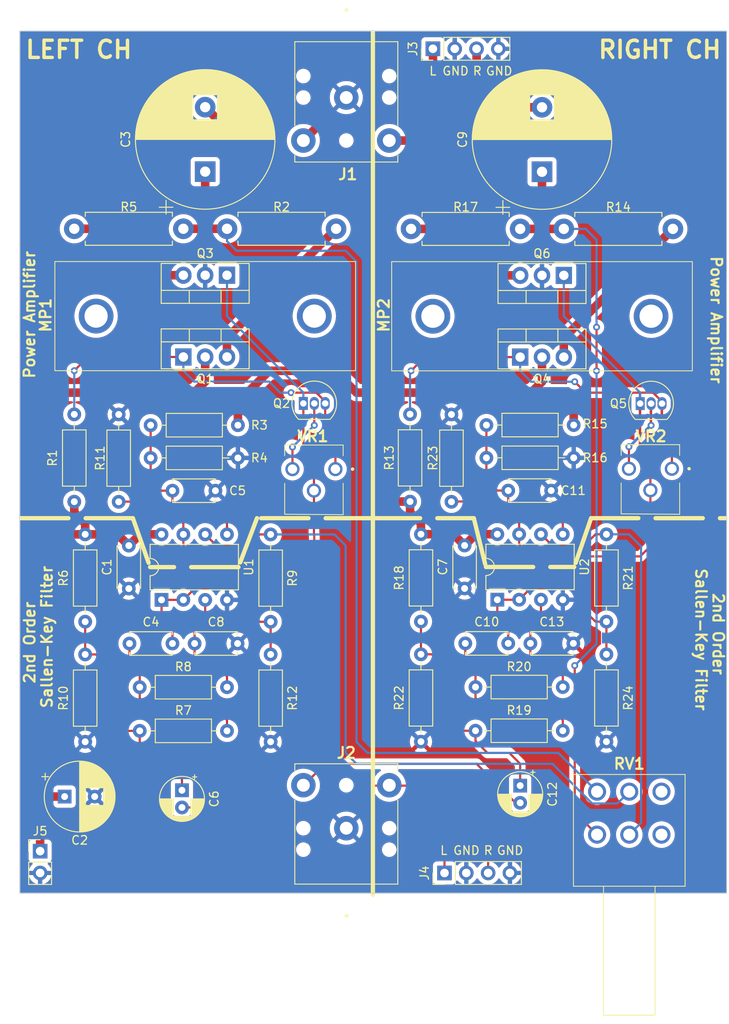
<source format=kicad_pcb>
(kicad_pcb (version 20240108) (generator "pcbnew") (generator_version "8.0")
  (layers (0 "F.Cu" signal) (31 "B.Cu" signal) (34 "B.Paste" user) (35 "F.Paste" user) (36 "B.SilkS" user "B.Silkscreen") (37 "F.SilkS" user "F.Silkscreen") (38 "B.Mask" user) (39 "F.Mask" user) (44 "Edge.Cuts" user))
  (net 0 "")
  (net 1 "Net-(U1A-+)")
  (net 2 "GND")
  (net 3 "Net-(J3-Pin_1)")
  (net 4 "Net-(U1A--)")
  (net 5 "VCC")
  (net 6 "Net-(C6-Pad1)")
  (net 7 "Net-(U1B-+)")
  (net 8 "Net-(Q1-E)")
  (net 9 "Net-(Q1-B)")
  (net 10 "Net-(C4-Pad1)")
  (net 11 "Net-(Q3-E)")
  (net 12 "Net-(Q4-E)")
  (net 13 "Net-(U1B--)")
  (net 14 "Net-(C3-Pad1)")
  (net 15 "Net-(J3-Pin_3)")
  (net 16 "Net-(J4-Pin_1)")
  (net 17 "Net-(C9-Pad1)")
  (net 18 "Net-(J4-Pin_3)")
  (net 19 "Net-(U2A-+)")
  (net 20 "Net-(U2A--)")
  (net 21 "Net-(U2B-+)")
  (net 22 "Net-(C10-Pad1)")
  (net 23 "Net-(C12-Pad1)")
  (net 24 "Net-(Q2-E)")
  (net 25 "Net-(Q2-B)")
  (net 26 "Net-(Q4-B)")
  (net 27 "Net-(Q5-E)")
  (net 28 "Net-(Q6-E)")
  (net 29 "Net-(U2B--)")
  (net 36 "Net-(Q5-B)")
  (footprint "Package_TO_SOT_THT:TO-220-3_Vertical" (layer "F.Cu") (at 125.8925 81.590255 180)
    (property "Reference" "Q3")
    (property "Value" "TIP125")
  )
  (footprint "Resistor_THT:R_Axial_DIN0207_L6.3mm_D2.5mm_P10.16mm_Horizontal" (layer "F.Cu") (at 115.7325 129.515255)
    (property "Reference" "R8")
    (property "Value" "10k")
  )
  (footprint "Connector_PinHeader_2.54mm:PinHeader_1x04_P2.54mm_Vertical" (layer "F.Cu") (at 149.86 55.245 90)
    (property "Reference" "J3")
    (property "Value" "Conn_01x04")
  )
  (footprint "SamacSys:SJ13523NG" (layer "F.Cu") (at 139.78 60.92 -90)
    (property "Reference" "J1")
    (property "Value" "SJ1-3523NG" (hide yes))
  )
  (footprint "Resistor_THT:R_Axial_DIN0207_L6.3mm_D2.5mm_P10.16mm_Horizontal" (layer "F.Cu") (at 148.47 121.88 90)
    (property "Reference" "R18")
    (property "Value" "100k")
  )
  (footprint "Resistor_THT:R_Axial_DIN0207_L6.3mm_D2.5mm_P10.16mm_Horizontal" (layer "F.Cu") (at 156.09 102.83)
    (property "Reference" "R16")
    (property "Value" "100k")
  )
  (footprint "Resistor_THT:R_Axial_DIN0207_L6.3mm_D2.5mm_P10.16mm_Horizontal" (layer "F.Cu") (at 130.9725 121.905255 90)
    (property "Reference" "R9")
    (property "Value" "10k")
  )
  (footprint "Package_TO_SOT_THT:TO-220-3_Vertical" (layer "F.Cu") (at 120.8125 91.100255)
    (property "Reference" "Q1")
    (property "Value" "TIP120")
  )
  (footprint "Resistor_THT:R_Axial_DIN0411_L9.9mm_D3.6mm_P12.70mm_Horizontal" (layer "F.Cu") (at 177.8 76.2 180)
    (property "Reference" "R14")
    (property "Value" "1")
  )
  (footprint "Connector_PinHeader_2.54mm:PinHeader_1x04_P2.54mm_Vertical" (layer "F.Cu") (at 151.21 151.13 90)
    (property "Reference" "J4")
    (property "Value" "Conn_01x04")
  )
  (footprint "Resistor_THT:R_Axial_DIN0207_L6.3mm_D2.5mm_P10.16mm_Horizontal" (layer "F.Cu") (at 130.9725 135.865255 90)
    (property "Reference" "R12")
    (property "Value" "1k")
  )
  (footprint "Resistor_THT:R_Axial_DIN0411_L9.9mm_D3.6mm_P12.70mm_Horizontal" (layer "F.Cu") (at 138.5925 76.185255 180)
    (property "Reference" "R2")
    (property "Value" "1")
  )
  (footprint "Capacitor_THT:C_Disc_D4.7mm_W2.5mm_P5.00mm" (layer "F.Cu") (at 119.5425 106.655255)
    (property "Reference" "C5")
    (property "Value" "100n")
  )
  (footprint "Resistor_THT:R_Axial_DIN0207_L6.3mm_D2.5mm_P10.16mm_Horizontal" (layer "F.Cu") (at 170.06 135.85 90)
    (property "Reference" "R24")
    (property "Value" "1k")
  )
  (footprint "Resistor_THT:R_Axial_DIN0207_L6.3mm_D2.5mm_P10.16mm_Horizontal" (layer "F.Cu") (at 154.82 129.5)
    (property "Reference" "R20")
    (property "Value" "10k")
  )
  (footprint "Package_DIP:DIP-8_W7.62mm" (layer "F.Cu") (at 157.36 119.34 90)
    (property "Reference" "U2")
    (property "Value" "RC4580")
  )
  (footprint "Resistor_THT:R_Axial_DIN0207_L6.3mm_D2.5mm_P10.16mm_Horizontal" (layer "F.Cu") (at 109.3825 135.865255 90)
    (property "Reference" "R10")
    (property "Value" "100k")
  )
  (footprint "Capacitor_THT:CP_Radial_D5.0mm_P2.00mm" (layer "F.Cu") (at 120.65 141.51 -90)
    (property "Reference" "C6")
    (property "Value" "4u7")
  )
  (footprint "Resistor_THT:R_Axial_DIN0207_L6.3mm_D2.5mm_P10.16mm_Horizontal" (layer "F.Cu") (at 170.06 121.89 90)
    (property "Reference" "R21")
    (property "Value" "10k")
  )
  (footprint "Resistor_THT:R_Axial_DIN0207_L6.3mm_D2.5mm_P10.16mm_Horizontal" (layer "F.Cu") (at 127.1625 99.035255 180)
    (property "Reference" "R3")
    (property "Value" "100k")
  )
  (footprint "Resistor_THT:R_Axial_DIN0207_L6.3mm_D2.5mm_P10.16mm_Horizontal" (layer "F.Cu") (at 166.25 99.02 180)
    (property "Reference" "R15")
    (property "Value" "100k")
  )
  (footprint "Package_DIP:DIP-8_W7.62mm" (layer "F.Cu") (at 118.2725 119.355255 90)
    (property "Reference" "U1")
    (property "Value" "RC4580")
  )
  (footprint "Capacitor_THT:C_Disc_D4.7mm_W2.5mm_P5.00mm" (layer "F.Cu") (at 161.21 124.42)
    (property "Reference" "C13")
    (property "Value" "470p")
  )
  (footprint "Package_TO_SOT_THT:TO-92_Inline" (layer "F.Cu") (at 134.7825 96.505255)
    (property "Reference" "Q2")
    (property "Value" "2N3904")
  )
  (footprint "Capacitor_THT:CP_Radial_D16.0mm_P7.50mm" (layer "F.Cu") (at 162.56 69.552755 90)
    (property "Reference" "C9")
    (property "Value" "4700u")
  )
  (footprint "Capacitor_THT:C_Disc_D4.7mm_W2.5mm_P5.00mm" (layer "F.Cu") (at 122.1225 124.435255)
    (property "Reference" "C8")
    (property "Value" "470p")
  )
  (footprint "Capacitor_THT:C_Disc_D4.7mm_W2.5mm_P5.00mm" (layer "F.Cu") (at 153.55 113.03 -90)
    (property "Reference" "C7")
    (property "Value" "100n")
  )
  (footprint "SamacSys:SJ13523NG" (layer "F.Cu") (at 139.78 145.92 90)
    (property "Reference" "J2")
    (property "Value" "SJ1-3523NG" (hide yes))
  )
  (footprint "Capacitor_THT:CP_Radial_D16.0mm_P7.50mm" (layer "F.Cu") (at 123.3525 69.53801 90)
    (property "Reference" "C3")
    (property "Value" "4700u")
  )
  (footprint "SamacSys:3306P1102" (layer "F.Cu") (at 177.68 104.1 180)
    (property "Reference" "VR2")
    (property "Value" "1k" (hide yes))
  )
  (footprint "Capacitor_THT:C_Disc_D4.7mm_W2.5mm_P5.00mm" (layer "F.Cu") (at 114.5425 124.435255)
    (property "Reference" "C4")
    (property "Value" "470p")
  )
  (footprint "Resistor_THT:R_Axial_DIN0207_L6.3mm_D2.5mm_P10.16mm_Horizontal" (layer "F.Cu") (at 147.2 97.76 -90)
    (property "Reference" "R13")
    (property "Value" "1k")
  )
  (footprint "Resistor_THT:R_Axial_DIN0411_L9.9mm_D3.6mm_P12.70mm_Horizontal" (layer "F.Cu") (at 160.02 76.2 180)
    (property "Reference" "R17")
    (property "Value" "1")
  )
  (footprint "Capacitor_THT:C_Disc_D4.7mm_W2.5mm_P5.00mm" (layer "F.Cu") (at 114.4625 113.045255 -90)
    (property "Reference" "C1")
    (property "Value" "100n")
  )
  (footprint "SamacSys:EAT22064E" (layer "F.Cu") (at 136.0525 86.345255 90)
    (property "Reference" "MP1")
    (property "Value" "EA-T220-64E" (hide yes))
  )
  (footprint "Capacitor_THT:C_Disc_D4.7mm_W2.5mm_P5.00mm" (layer "F.Cu") (at 153.63 124.42)
    (property "Reference" "C10")
    (property "Value" "470p")
  )
  (footprint "Resistor_THT:R_Axial_DIN0207_L6.3mm_D2.5mm_P10.16mm_Horizontal" (layer "F.Cu") (at 113.284 97.79 -90)
    (property "Reference" "R11")
    (property "Value" "1k")
  )
  (footprint "Capacitor_THT:CP_Radial_D5.0mm_P2.00mm" (layer "F.Cu") (at 160.02 140.97 -90)
    (property "Reference" "C12")
    (property "Value" "4u7")
  )
  (footprint "Package_TO_SOT_THT:TO-92_Inline" (layer "F.Cu") (at 173.99 96.52)
    (property "Reference" "Q5")
    (property "Value" "2N3904")
  )
  (footprint "SamacSys:3306P1102" (layer "F.Cu") (at 138.5125 104.145255 180)
    (property "Reference" "VR1")
    (property "Value" "1k" (hide yes))
  )
  (footprint "Resistor_THT:R_Axial_DIN0207_L6.3mm_D2.5mm_P10.16mm_Horizontal" (layer "F.Cu") (at 117.0025 102.845255)
    (property "Reference" "R4")
    (property "Value" "100k")
  )
  (footprint "Package_TO_SOT_THT:TO-220-3_Vertical" (layer "F.Cu") (at 160.02 91.115)
    (property "Reference" "Q4")
    (property "Value" "TIP120")
  )
  (footprint "Connector_PinHeader_2.54mm:PinHeader_1x02_P2.54mm_Vertical" (layer "F.Cu") (at 104.14 148.59)
    (property "Reference" "J5")
    (property "Value" "Conn_01x02")
  )
  (footprint "Resistor_THT:R_Axial_DIN0411_L9.9mm_D3.6mm_P12.70mm_Horizontal" (layer "F.Cu") (at 120.8125 76.185255 180)
    (property "Reference" "R5")
    (property "Value" "1")
  )
  (footprint "Package_TO_SOT_THT:TO-220-3_Vertical" (layer "F.Cu") (at 165.1 81.605 180)
    (property "Reference" "Q6")
    (property "Value" "TIP125")
  )
  (footprint "Resistor_THT:R_Axial_DIN0207_L6.3mm_D2.5mm_P10.16mm_Horizontal" (layer "F.Cu") (at 115.7325 134.595255)
    (property "Reference" "R7")
    (property "Value" "10k")
  )
  (footprint "Resistor_THT:R_Axial_DIN0207_L6.3mm_D2.5mm_P10.16mm_Horizontal" (layer "F.Cu") (at 154.82 134.58)
    (property "Reference" "R19")
    (property "Value" "10k")
  )
  (footprint "Capacitor_THT:CP_Radial_D8.0mm_P3.50mm" (layer "F.Cu") (at 106.99 142.24)
    (property "Reference" "C2")
    (property "Value" "10u")
  )
  (footprint "Resistor_THT:R_Axial_DIN0207_L6.3mm_D2.5mm_P10.16mm_Horizontal" (layer "F.Cu") (at 152.019 97.79 -90)
    (property "Reference" "R23")
    (property "Value" "1k")
  )
  (footprint "Resistor_THT:R_Axial_DIN0207_L6.3mm_D2.5mm_P10.16mm_Horizontal" (layer "F.Cu") (at 108.1125 97.775255 -90)
    (property "Reference" "R1")
    (property "Value" "1k")
  )
  (footprint "SamacSys:EAT22064E" (layer "F.Cu") (at 175.26 86.36 90)
    (property "Reference" "MP2")
    (property "Value" "EA-T220-64E" (hide yes))
  )
  (footprint "Capacitor_THT:C_Disc_D4.7mm_W2.5mm_P5.00mm" (layer "F.Cu") (at 158.63 106.64)
    (property "Reference" "C11")
    (property "Value" "100n")
  )
  (footprint "Resistor_THT:R_Axial_DIN0207_L6.3mm_D2.5mm_P10.16mm_Horizontal" (layer "F.Cu") (at 148.47 135.85 90)
    (property "Reference" "R22")
    (property "Value" "100k")
  )
  (footprint "SamacSys:RV122F2015FA10K0072" (layer "F.Cu") (at 168.97 141.67 -90)
    (property "Reference" "RV1")
    (property "Value" "R_Potentiometer_Dual_Separate" (hide yes))
  )
  (footprint "Resistor_THT:R_Axial_DIN0207_L6.3mm_D2.5mm_P10.16mm_Horizontal" (layer "F.Cu") (at 109.3825 121.895255 90)
    (property "Reference" "R6")
    (property "Value" "100k")
  )
  (gr_line (start 127.2225 115.545255) (end 116.9425 115.545255) (stroke (width 0.5) (type dash)) (layer "F.SilkS"))
  (gr_line (start 142.875 109.855) (end 129.38125 109.855) (stroke (width 0.5) (type dash)) (layer "F.SilkS"))
  (gr_line (start 142.875 109.855) (end 154.6225 109.855) (stroke (width 0.5) (type dash)) (layer "F.SilkS"))
  (gr_line (start 168.275 109.855) (end 183.896 109.855) (stroke (width 0.5) (type dash)) (layer "F.SilkS"))
  (gr_line (start 156.03 115.53) (end 166.31 115.53) (stroke (width 0.5) (type dash)) (layer "F.SilkS"))
  (gr_line (start 168.275 109.855) (end 166.31 115.53) (stroke (width 0.5) (type dash)) (layer "F.SilkS"))
  (gr_line (start 114.935 109.855) (end 101.6 109.855) (stroke (width 0.5) (type dash)) (layer "F.SilkS"))
  (gr_line (start 114.935 109.855) (end 116.9425 115.545255) (stroke (width 0.5) (type dash)) (layer "F.SilkS"))
  (gr_line (start 154.6225 109.855) (end 156.03 115.53) (stroke (width 0.5) (type dash)) (layer "F.SilkS"))
  (gr_line (start 142.875 53.34) (end 142.875 153.67) (stroke (width 0.5)) (layer "F.SilkS"))
  (gr_line (start 129.38125 109.855) (end 127.2225 115.545255) (stroke (width 0.5) (type dash)) (layer "F.SilkS"))
  (gr_rect (start 101.7625 53.162755) (end 184.0585 153.492755) (stroke (width 0.1)) (fill none) (layer "Edge.Cuts"))
  (gr_text "GND" (at 157.226 149.098 0) (layer "F.SilkS") (effects (font (size 1 1)) (justify left bottom)))
  (gr_text "R" (at 155.702 149.098 0) (layer "F.SilkS") (effects (font (size 1 1)) (justify left bottom)))
  (gr_text "   2nd Order\nSallen-Key Filter" (at 105.664 132.08 90) (layer "F.SilkS") (effects (font (size 1.25 1.25) (thickness 0.25) (bold yes)) (justify left bottom)))
  (gr_text "GND" (at 150.876 58.42 0) (layer "F.SilkS") (effects (font (size 1 1)) (justify left bottom)))
  (gr_text "L" (at 150.622 149.098 0) (layer "F.SilkS") (effects (font (size 1 1)) (justify left bottom)))
  (gr_text "R" (at 154.432 58.42 0) (layer "F.SilkS") (effects (font (size 1 1)) (justify left bottom)))
  (gr_text "RIGHT CH" (at 168.91 56.515 0) (layer "F.SilkS") (effects (font (size 2 2) (thickness 0.4) (bold yes)) (justify left bottom)))
  (gr_text "L" (at 149.352 58.42 0) (layer "F.SilkS") (effects (font (size 1 1)) (justify left bottom)))
  (gr_text "GND" (at 155.956 58.42 0) (layer "F.SilkS") (effects (font (size 1 1)) (justify left bottom)))
  (gr_text "Power Amplifier" (at 182.118 79.248 270) (layer "F.SilkS") (effects (font (size 1.25 1.25) (thickness 0.25) (bold yes)) (justify left bottom)))
  (gr_text "LEFT CH" (at 102.235 56.515 0) (layer "F.SilkS") (effects (font (size 2 2) (thickness 0.4) (bold yes)) (justify left bottom)))
  (gr_text "GND" (at 152.146 149.098 0) (layer "F.SilkS") (effects (font (size 1 1)) (justify left bottom)))
  (gr_text "   2nd Order\nSallen-Key Filter" (at 180.34 115.57 270) (layer "F.SilkS") (effects (font (size 1.25 1.25) (thickness 0.25) (bold yes)) (justify left bottom)))
  (gr_text "Power Amplifier" (at 103.632 93.726 90) (layer "F.SilkS") (effects (font (size 1.25 1.25) (thickness 0.25) (bold yes)) (justify left bottom)))
  (segment (start 125.8925 129.515255) (end 125.8925 128.255255) (width 0.25) (layer "F.Cu") (net 1))
  (segment (start 124.6225 126.985255) (end 123.3525 126.985255) (width 0.25) (layer "F.Cu") (net 1))
  (segment (start 123.3525 126.985255) (end 122.1225 125.755255) (width 0.25) (layer "F.Cu") (net 1))
  (segment (start 122.1225 123.135255) (end 123.3525 121.905255) (width 0.25) (layer "F.Cu") (net 1))
  (segment (start 122.1225 125.755255) (end 122.1225 124.435255) (width 0.25) (layer "F.Cu") (net 1))
  (segment (start 123.3525 121.905255) (end 123.3525 119.355255) (width 0.25) (layer "F.Cu") (net 1))
  (segment (start 122.1225 124.435255) (end 122.1225 123.135255) (width 0.25) (layer "F.Cu") (net 1))
  (segment (start 125.8925 128.255255) (end 124.6225 126.985255) (width 0.25) (layer "F.Cu") (net 1))
  (segment (start 137.2 63.5) (end 134.78 65.92) (width 1) (layer "F.Cu") (net 3))
  (segment (start 147.32 63.5) (end 137.2 63.5) (width 1) (layer "F.Cu") (net 3))
  (segment (start 137.2 63.5) (end 124.81449 63.5) (width 1) (layer "F.Cu") (net 3))
  (segment (start 149.87 60.95) (end 147.32 63.5) (width 1) (layer "F.Cu") (net 3))
  (segment (start 149.87 55.88) (end 149.87 60.95) (width 1) (layer "F.Cu") (net 3))
  (segment (start 124.81449 63.5) (end 123.3525 62.03801) (width 1) (layer "F.Cu") (net 3))
  (segment (start 120.8125 119.355255) (end 118.2725 119.355255) (width 0.25) (layer "F.Cu") (net 4))
  (segment (start 120.8125 119.355255) (end 122.0725 118.095255) (width 0.25) (layer "F.Cu") (net 4))
  (segment (start 119.5425 123.175255) (end 118.2725 121.905255) (width 0.25) (layer "F.Cu") (net 4))
  (segment (start 118.2725 121.905255) (end 118.2725 119.355255) (width 0.25) (layer "F.Cu") (net 4))
  (segment (start 130.9725 125.705255) (end 130.9725 121.905255) (width 0.25) (layer "F.Cu") (net 4))
  (segment (start 129.7025 121.905255) (end 130.9725 121.905255) (width 0.25) (layer "F.Cu") (net 4))
  (segment (start 122.0725 118.095255) (end 127.1625 118.095255) (width 0.25) (layer "F.Cu") (net 4))
  (segment (start 127.1625 118.095255) (end 128.4325 119.365255) (width 0.25) (layer "F.Cu") (net 4))
  (segment (start 128.4325 119.365255) (end 128.4325 120.635255) (width 0.25) (layer "F.Cu") (net 4))
  (segment (start 128.4325 120.635255) (end 129.7025 121.905255) (width 0.25) (layer "F.Cu") (net 4))
  (segment (start 119.5425 124.435255) (end 119.5425 123.175255) (width 0.25) (layer "F.Cu") (net 4))
  (segment (start 109.3825 111.735255) (end 109.3825 110.475255) (width 1) (layer "F.Cu") (net 5))
  (segment (start 104.14 111.887755) (end 104.14 142.24) (width 1) (layer "F.Cu") (net 5))
  (segment (start 109.3825 110.475255) (end 108.1125 109.205255) (width 1) (layer "F.Cu") (net 5))
  (segment (start 123.3525 93.965255) (end 123.3525 91.100255) (width 1) (layer "F.Cu") (net 5))
  (segment (start 122.0825 95.235255) (end 123.3525 93.965255) (width 1) (layer "F.Cu") (net 5))
  (segment (start 115.7725 111.735255) (end 114.4625 113.045255) (width 1) (layer "F.Cu") (net 5))
  (segment (start 123.3525 95.235255) (end 125.8925 95.235255) (width 1) (layer "F.Cu") (net 5))
  (segment (start 166.25 96.4) (end 166.25 99.02) (width 1) (layer "F.Cu") (net 5))
  (segment (start 148.47 111.72) (end 152.24 111.72) (width 1) (layer "F.Cu") (net 5))
  (segment (start 162.56 93.98) (end 162.56 91.115) (width 1) (layer "F.Cu") (net 5))
  (segment (start 113.1525 111.735255) (end 114.4625 113.045255) (width 1) (layer "F.Cu") (net 5))
  (segment (start 143.51 96.52) (end 143.51 106.68) (width 1) (layer "F.Cu") (net 5))
  (segment (start 122.067755 95.25) (end 122.0825 95.235255) (width 1) (layer "F.Cu") (net 5))
  (segment (start 118.2725 111.735255) (end 115.7725 111.735255) (width 1) (layer "F.Cu") (net 5))
  (segment (start 104.14 142.24) (end 106.99 142.24) (width 1) (layer "F.Cu") (net 5))
  (segment (start 104.14 142.24) (end 104.14 148.59) (width 1) (layer "F.Cu") (net 5))
  (segment (start 104.14 111.887755) (end 104.14 96.52) (width 1) (layer "F.Cu") (net 5))
  (segment (start 148.47 111.72) (end 148.47 110.46) (width 1) (layer "F.Cu") (net 5))
  (segment (start 128.284745 95.235255) (end 130.81 92.71) (width 1) (layer "F.Cu") (net 5))
  (segment (start 142.24 95.25) (end 161.29 95.25) (width 1) (layer "F.Cu") (net 5))
  (segment (start 105.41 95.25) (end 122.067755 95.25) (width 1) (layer "F.Cu") (net 5))
  (segment (start 165.1 95.25) (end 166.25 96.4) (width 1) (layer "F.Cu") (net 5))
  (segment (start 148.47 110.46) (end 147.2 109.19) (width 1) (layer "F.Cu") (net 5))
  (segment (start 161.29 95.25) (end 165.1 95.25) (width 1) (layer "F.Cu") (net 5))
  (segment (start 109.3825 111.735255) (end 104.2925 111.735255) (width 1) (layer "F.Cu") (net 5))
  (segment (start 154.86 111.72) (end 153.55 113.03) (width 1) (layer "F.Cu") (net 5))
  (segment (start 125.8925 95.235255) (end 128.284745 95.235255) (width 1) (layer "F.Cu") (net 5))
  (segment (start 144.75 107.92) (end 147.2 107.92) (width 1) (layer "F.Cu") (net 5))
  (segment (start 108.1125 109.205255) (end 108.1125 107.935255) (width 1) (layer "F.Cu") (net 5))
  (segment (start 143.51 106.68) (end 144.75 107.92) (width 1) (layer "F.Cu") (net 5))
  (segment (start 147.2 109.19) (end 147.2 107.92) (width 1) (layer "F.Cu") (net 5))
  (segment (start 122.0825 95.235255) (end 123.3525 95.235255) (width 1) (layer "F.Cu") (net 5))
  (segment (start 104.14 96.52) (end 105.41 95.25) (width 1) (layer "F.Cu") (net 5))
  (segment (start 142.24 95.25) (end 143.51 96.52) (width 1) (layer "F.Cu") (net 5))
  (segment (start 140.97 95.25) (end 142.24 95.25) (width 1) (layer "F.Cu") (net 5))
  (segment (start 125.8925 95.235255) (end 127.1625 96.505255) (width 1) (layer "F.Cu") (net 5))
  (segment (start 161.29 95.25) (end 162.56 93.98) (width 1) (layer "F.Cu") (net 5))
  (segment (start 157.36 111.72) (end 154.86 111.72) (width 1) (layer "F.Cu") (net 5))
  (segment (start 127.1625 96.505255) (end 127.1625 99.035255) (width 1) (layer "F.Cu") (net 5))
  (segment (start 109.3825 111.735255) (end 113.1525 111.735255) (width 1) (layer "F.Cu") (net 5))
  (segment (start 130.81 92.71) (end 138.43 92.71) (width 1) (layer "F.Cu") (net 5))
  (segment (start 104.2925 111.735255) (end 104.14 111.887755) (width 1) (layer "F.Cu") (net 5))
  (segment (start 138.43 92.71) (end 140.97 95.25) (width 1) (layer "F.Cu") (net 5))
  (segment (start 152.24 111.72) (end 153.55 113.03) (width 1) (layer "F.Cu") (net 5))
  (segment (start 119.38 137.16) (end 117.0025 137.16) (width 0.25) (layer "F.Cu") (net 6))
  (segment (start 109.3825 125.705255) (end 110.6425 125.705255) (width 0.25) (layer "F.Cu") (net 6))
  (segment (start 111.9225 126.985255) (end 111.9225 133.335255) (width 0.25) (layer "F.Cu") (net 6))
  (segment (start 113.2025 134.595255) (end 115.7325 134.595255) (width 0.25) (layer "F.Cu") (net 6))
  (segment (start 110.6425 125.705255) (end 111.9225 126.985255) (width 0.25) (layer "F.Cu") (net 6))
  (segment (start 117.0025 137.16) (end 115.7325 135.89) (width 0.25) (layer "F.Cu") (net 6))
  (segment (start 115.7325 134.595255) (end 115.7325 135.89) (width 0.25) (layer "F.Cu") (net 6))
  (segment (start 111.9225 133.335255) (end 113.1925 134.605255) (width 0.25) (layer "F.Cu") (net 6))
  (segment (start 109.3825 125.705255) (end 109.3825 121.895255) (width 0.25) (layer "F.Cu") (net 6))
  (segment (start 120.65 138.43) (end 119.38 137.16) (width 0.25) (layer "F.Cu") (net 6))
  (segment (start 120.65 141.51) (end 120.65 138.43) (width 0.25) (layer "F.Cu") (net 6))
  (segment (start 113.1925 134.605255) (end 113.2025 134.595255) (width 0.25) (layer "F.Cu") (net 6))
  (segment (start 124.6225 109.205255) (end 125.8925 110.475255) (width 0.25) (layer "F.Cu") (net 7))
  (segment (start 118.2625 106.655255) (end 117.0025 105.395255) (width 0.25) (layer "F.Cu") (net 7))
  (segment (start 125.8925 110.475255) (end 125.8925 111.735255) (width 0.25) (layer "F.Cu") (net 7))
  (segment (start 119.5425 106.655255) (end 119.5425 107.935255) (width 0.25) (layer "F.Cu") (net 7))
  (segment (start 117.0025 102.845255) (end 117.0025 99.035255) (width 0.25) (layer "F.Cu") (net 7))
  (segment (start 119.5425 107.935255) (end 120.8125 109.205255) (width 0.25) (layer "F.Cu") (net 7))
  (segment (start 119.5425 106.655255) (end 118.2625 106.655255) (width 0.25) (layer "F.Cu") (net 7))
  (segment (start 120.8125 109.205255) (end 124.6225 109.205255) (width 0.25) (layer "F.Cu") (net 7))
  (segment (start 117.0025 105.395255) (end 117.0025 102.845255) (width 0.25) (layer "F.Cu") (net 7))
  (segment (start 125.8925 91.100255) (end 125.8925 88.885255) (width 1) (layer "F.Cu") (net 8))
  (segment (start 125.8925 88.885255) (end 138.5925 76.185255) (width 1) (layer "F.Cu") (net 8))
  (segment (start 137.3225 99.045255) (end 137.3225 96.505255) (width 0.25) (layer "F.Cu") (net 9))
  (segment (start 136.262755 95.25) (end 136.2775 95.235255) (width 0.25) (layer "F.Cu") (net 9))
  (segment (start 138.5125 100.235255) (end 137.3225 99.045255) (width 0.25) (layer "F.Cu") (net 9))
  (segment (start 137.3225 96.280255) (end 137.3225 96.505255) (width 0.25) (layer "F.Cu") (net 9))
  (segment (start 109.7075 91.100255) (end 108.1125 92.695255) (width 0.25) (layer "F.Cu") (net 9))
  (segment (start 133.35 95.25) (end 136.262755 95.25) (width 0.25) (layer "F.Cu") (net 9))
  (segment (start 136.2775 95.235255) (end 137.3225 96.280255) (width 0.25) (layer "F.Cu") (net 9))
  (segment (start 120.8125 91.100255) (end 109.7075 91.100255) (width 0.25) (layer "F.Cu") (net 9))
  (segment (start 138.5125 104.145255) (end 138.5125 100.235255) (width 0.25) (layer "F.Cu") (net 9))
  (via (at 133.35 95.25) (size 0.8) (drill 0.4) (layers "F.Cu" "B.Cu") (net 9))
  (via (at 108.1125 92.695255) (size 0.8) (drill 0.4) (layers "F.Cu" "B.Cu") (net 9))
  (segment (start 132.08 95.25) (end 133.35 95.25) (width 0.25) (layer "B.Cu") (net 9))
  (segment (start 127 93.965255) (end 122.0825 93.965255) (width 0.25) (layer "B.Cu") (net 9))
  (segment (start 120.8125 92.695255) (end 120.8125 91.100255) (width 0.25) (layer "B.Cu") (net 9))
  (segment (start 108.1125 92.695255) (end 108.1125 97.775255) (width 0.25) (layer "B.Cu") (net 9))
  (segment (start 127 93.965255) (end 130.795255 93.965255) (width 0.25) (layer "B.Cu") (net 9))
  (segment (start 130.795255 93.965255) (end 132.08 95.25) (width 0.25) (layer "B.Cu") (net 9))
  (segment (start 122.0825 93.965255) (end 120.8125 92.695255) (width 0.25) (layer "B.Cu") (net 9))
  (segment (start 125.8925 134.595255) (end 125.8925 133.335255) (width 0.25) (layer "F.Cu") (net 10))
  (segment (start 125.8925 133.335255) (end 124.6225 132.065255) (width 0.25) (layer "F.Cu") (net 10))
  (segment (start 114.5425 125.795255) (end 115.7325 126.985255) (width 0.25) (layer "F.Cu") (net 10))
  (segment (start 115.7325 130.795255) (end 115.7325 129.515255) (width 0.25) (layer "F.Cu") (net 10))
  (segment (start 114.5425 124.435255) (end 114.5425 125.795255) (width 0.25) (layer "F.Cu") (net 10))
  (segment (start 117.0025 132.065255) (end 115.7325 130.795255) (width 0.25) (layer "F.Cu") (net 10))
  (segment (start 124.6225 132.065255) (end 117.0025 132.065255) (width 0.25) (layer "F.Cu") (net 10))
  (segment (start 115.7325 126.985255) (end 115.7325 129.515255) (width 0.25) (layer "F.Cu") (net 10))
  (segment (start 108.1125 76.185255) (end 110.6525 76.185255) (width 1) (layer "F.Cu") (net 11))
  (segment (start 110.6525 76.185255) (end 116.0575 81.590255) (width 1) (layer "F.Cu") (net 11))
  (segment (start 116.0575 81.590255) (end 120.8125 81.590255) (width 1) (layer "F.Cu") (net 11))
  (segment (start 165.1 91.115) (end 165.1 88.9) (width 1) (layer "F.Cu") (net 12))
  (segment (start 165.1 88.9) (end 177.8 76.2) (width 1) (layer "F.Cu") (net 12))
  (segment (start 129.7025 111.745255) (end 128.4325 113.015255) (width 0.25) (layer "F.Cu") (net 13))
  (segment (start 124.6325 113.015255) (end 123.3525 111.735255) (width 0.25) (layer "F.Cu") (net 13))
  (segment (start 128.4325 113.015255) (end 124.6325 113.015255) (width 0.25) (layer "F.Cu") (net 13))
  (segment (start 130.9725 111.745255) (end 129.7025 111.745255) (width 0.25) (layer "F.Cu") (net 13))
  (segment (start 139.7 137.16) (end 139.7 113.03) (width 0.25) (layer "B.Cu") (net 13))
  (segment (start 139.7 113.03) (end 138.415255 111.745255) (width 0.25) (layer "B.Cu") (net 13))
  (segment (start 171.345 143.045) (end 168.400456 143.045) (width 0.25) (layer "B.Cu") (net 13))
  (segment (start 163.83 138.474544) (end 163.83 138.43) (width 0.25) (layer "B.Cu") (net 13))
  (segment (start 140.97 138.43) (end 139.7 137.16) (width 0.25) (layer "B.Cu") (net 13))
  (segment (start 168.400456 143.045) (end 163.83 138.474544) (width 0.25) (layer "B.Cu") (net 13))
  (segment (start 138.415255 111.745255) (end 130.9725 111.745255) (width 0.25) (layer "B.Cu") (net 13))
  (segment (start 163.83 138.43) (end 140.97 138.43) (width 0.25) (layer "B.Cu") (net 13))
  (segment (start 172.72 141.67) (end 171.345 143.045) (width 0.25) (layer "B.Cu") (net 13))
  (segment (start 123.3525 76.185255) (end 120.8125 76.185255) (width 1) (layer "F.Cu") (net 14))
  (segment (start 125.8925 76.185255) (end 123.3525 76.185255) (width 1) (layer "F.Cu") (net 14))
  (segment (start 123.3525 69.53801) (end 123.3525 76.185255) (width 1) (layer "F.Cu") (net 14))
  (segment (start 168.97 141.67) (end 164.46 137.16) (width 0.25) (layer "B.Cu") (net 14))
  (segment (start 164.46 137.16) (end 142.24 137.16) (width 0.25) (layer "B.Cu") (net 14))
  (segment (start 140.97 135.89) (end 140.97 80.01) (width 0.25) (layer "B.Cu") (net 14))
  (segment (start 142.24 137.16) (end 140.97 135.89) (width 0.25) (layer "B.Cu") (net 14))
  (segment (start 127 78.74) (end 125.8925 77.6325) (width 0.25) (layer "B.Cu") (net 14))
  (segment (start 140.97 80.01) (end 139.7 78.74) (width 0.25) (layer "B.Cu") (net 14))
  (segment (start 125.8925 77.6325) (end 125.8925 76.185255) (width 0.25) (layer "B.Cu") (net 14))
  (segment (start 139.7 78.74) (end 127 78.74) (width 0.25) (layer "B.Cu") (net 14))
  (segment (start 154.95 60.95) (end 154.95 55.88) (width 1) (layer "F.Cu") (net 15))
  (segment (start 154.94 60.96) (end 154.95 60.95) (width 1) (layer "F.Cu") (net 15))
  (segment (start 162.56 62.052755) (end 156.032755 62.052755) (width 1) (layer "F.Cu") (net 15))
  (segment (start 144.78 65.92) (end 149.98 65.92) (width 1) (layer "F.Cu") (net 15))
  (segment (start 156.032755 62.052755) (end 154.94 60.96) (width 1) (layer "F.Cu") (net 15))
  (segment (start 149.98 65.92) (end 154.94 60.96) (width 1) (layer "F.Cu") (net 15))
  (segment (start 142.24 140.97) (end 139.7 143.51) (width 0.25) (layer "F.Cu") (net 16))
  (segment (start 151.21 142.32) (end 149.86 140.97) (width 0.25) (layer "F.Cu") (net 16))
  (segment (start 149.86 140.97) (end 144.78 140.97) (width 0.25) (layer "F.Cu") (net 16))
  (segment (start 139.7 143.51) (end 120.65 143.51) (width 0.25) (layer "F.Cu") (net 16))
  (segment (start 151.21 151.13) (end 151.21 142.32) (width 0.25) (layer "F.Cu") (net 16))
  (segment (start 144.78 140.97) (end 142.24 140.97) (width 0.25) (layer "F.Cu") (net 16))
  (segment (start 166.37 144.07) (end 166.37 128.27) (width 0.25) (layer "F.Cu") (net 17))
  (segment (start 168.91 88.9) (end 168.91 87.63) (width 0.25) (layer "F.Cu") (net 17))
  (segment (start 168.97 146.67) (end 166.37 144.07) (width 0.25) (layer "F.Cu") (net 17))
  (segment (start 162.56 69.552755) (end 162.56 76.2) (width 1) (layer "F.Cu") (net 17))
  (segment (start 165.1 76.2) (end 162.56 76.2) (width 1) (layer "F.Cu") (net 17))
  (segment (start 162.56 76.2) (end 160.02 76.2) (width 1) (layer "F.Cu") (net 17))
  (segment (start 168.91 92.71) (end 168.91 88.9) (width 0.25) (layer "F.Cu") (net 17))
  (segment (start 166.37 128.27) (end 166.37 127) (width 0.25) (layer "F.Cu") (net 17))
  (via (at 168.91 92.71) (size 0.8) (drill 0.4) (layers "F.Cu" "B.Cu") (net 17))
  (via (at 166.37 127) (size 0.8) (drill 0.4) (layers "F.Cu" "B.Cu") (net 17))
  (via (at 168.91 87.63) (size 0.8) (drill 0.4) (layers "F.Cu" "B.Cu") (net 17))
  (segment (start 168.91 124.46) (end 168.91 93.98) (width 0.25) (layer "B.Cu") (net 17))
  (segment (start 167.64 125.73) (end 168.91 124.46) (width 0.25) (layer "B.Cu") (net 17))
  (segment (start 167.64 76.2) (end 165.1 76.2) (width 0.25) (layer "B.Cu") (net 17))
  (segment (start 168.91 87.63) (end 168.91 77.47) (width 0.25) (layer "B.Cu") (net 17))
  (segment (start 168.91 77.47) (end 167.64 76.2) (width 0.25) (layer "B.Cu") (net 17))
  (segment (start 168.91 93.98) (end 168.91 92.71) (width 0.25) (layer "B.Cu") (net 17))
  (segment (start 166.37 127) (end 167.64 125.73) (width 0.25) (layer "B.Cu") (net 17))
  (segment (start 137.32 138.43) (end 134.78 140.97) (width 0.25) (layer "F.Cu") (net 18))
  (segment (start 154.94 138.43) (end 137.32 138.43) (width 0.25) (layer "F.Cu") (net 18))
  (segment (start 159.48 142.97) (end 160.02 142.97) (width 0.25) (layer "F.Cu") (net 18))
  (segment (start 156.29 139.78) (end 154.94 138.43) (width 0.25) (layer "F.Cu") (net 18))
  (segment (start 156.29 151.13) (end 156.29 139.78) (width 0.25) (layer "F.Cu") (net 18))
  (segment (start 156.29 139.78) (end 159.48 142.97) (width 0.25) (layer "F.Cu") (net 18))
  (segment (start 161.21 123.12) (end 162.44 121.89) (width 0.25) (layer "F.Cu") (net 19))
  (segment (start 164.98 129.5) (end 164.98 128.24) (width 0.25) (layer "F.Cu") (net 19))
  (segment (start 161.21 124.42) (end 161.21 123.12) (width 0.25) (layer "F.Cu") (net 19))
  (segment (start 161.21 125.74) (end 161.21 124.42) (width 0.25) (layer "F.Cu") (net 19))
  (segment (start 162.44 126.97) (end 161.21 125.74) (width 0.25) (layer "F.Cu") (net 19))
  (segment (start 163.71 126.97) (end 162.44 126.97) (width 0.25) (layer "F.Cu") (net 19))
  (segment (start 162.44 121.89) (end 162.44 119.34) (width 0.25) (layer "F.Cu") (net 19))
  (segment (start 164.98 128.24) (end 163.71 126.97) (width 0.25) (layer "F.Cu") (net 19))
  (segment (start 167.52 120.62) (end 168.79 121.89) (width 0.25) (layer "F.Cu") (net 20))
  (segment (start 158.63 124.42) (end 158.63 123.16) (width 0.25) (layer "F.Cu") (net 20))
  (segment (start 167.52 119.35) (end 167.52 120.62) (width 0.25) (layer "F.Cu") (net 20))
  (segment (start 159.9 119.34) (end 161.16 118.08) (width 0.25) (layer "F.Cu") (net 20))
  (segment (start 158.63 123.16) (end 157.36 121.89) (width 0.25) (layer "F.Cu") (net 20))
  (segment (start 157.36 121.89) (end 157.36 119.34) (width 0.25) (layer "F.Cu") (net 20))
  (segment (start 166.25 118.08) (end 167.52 119.35) (width 0.25) (layer "F.Cu") (net 20))
  (segment (start 159.9 119.34) (end 157.36 119.34) (width 0.25) (layer "F.Cu") (net 20))
  (segment (start 170.06 125.69) (end 170.06 121.89) (width 0.25) (layer "F.Cu") (net 20))
  (segment (start 161.16 118.08) (end 166.25 118.08) (width 0.25) (layer "F.Cu") (net 20))
  (segment (start 168.79 121.89) (end 170.06 121.89) (width 0.25) (layer "F.Cu") (net 20))
  (segment (start 158.63 107.92) (end 159.9 109.19) (width 0.25) (layer "F.Cu") (net 21))
  (segment (start 158.63 106.64) (end 158.63 107.92) (width 0.25) (layer "F.Cu") (net 21))
  (segment (start 157.35 106.64) (end 156.09 105.38) (width 0.25) (layer "F.Cu") (net 21))
  (segment (start 158.63 106.64) (end 157.35 106.64) (width 0.25) (layer "F.Cu") (net 21))
  (segment (start 156.09 105.38) (end 156.09 102.83) (width 0.25) (layer "F.Cu") (net 21))
  (segment (start 159.9 109.19) (end 163.71 109.19) (width 0.25) (layer "F.Cu") (net 21))
  (segment (start 156.09 102.83) (end 156.09 99.02) (width 0.25) (layer "F.Cu") (net 21))
  (segment (start 164.98 110.46) (end 164.98 111.72) (width 0.25) (layer "F.Cu") (net 21))
  (segment (start 163.71 109.19) (end 164.98 110.46) (width 0.25) (layer "F.Cu") (net 21))
  (segment (start 154.82 130.78) (end 154.82 129.5) (width 0.25) (layer "F.Cu") (net 22))
  (segment (start 153.63 125.78) (end 154.82 126.97) (width 0.25) (layer "F.Cu") (net 22))
  (segment (start 153.63 124.42) (end 153.63 125.78) (width 0.25) (layer "F.Cu") (net 22))
  (segment (start 156.09 132.05) (end 154.82 130.78) (width 0.25) (layer "F.Cu") (net 22))
  (segment (start 163.71 132.05) (end 156.09 132.05) (width 0.25) (layer "F.Cu") (net 22))
  (segment (start 164.98 134.58) (end 164.98 133.32) (width 0.25) (layer "F.Cu") (net 22))
  (segment (start 154.82 126.97) (end 154.82 129.5) (width 0.25) (layer "F.Cu") (net 22))
  (segment (start 164.98 133.32) (end 163.71 132.05) (width 0.25) (layer "F.Cu") (net 22))
  (segment (start 148.47 125.69) (end 149.73 125.69) (width 0.25) (layer "F.Cu") (net 23))
  (segment (start 160.02 140.97) (end 160.02 138.43) (width 0.25) (layer "F.Cu") (net 23))
  (segment (start 154.82 135.77) (end 154.82 134.58) (width 0.25) (layer "F.Cu") (net 23))
  (segment (start 158.75 137.16) (end 156.21 137.16) (width 0.25) (layer "F.Cu") (net 23))
  (segment (start 148.47 125.69) (end 148.47 121.88) (width 0.25) (layer "F.Cu") (net 23))
  (segment (start 156.21 137.16) (end 154.82 135.77) (width 0.25) (layer "F.Cu") (net 23))
  (segment (start 152.29 134.58) (end 154.82 134.58) (width 0.25) (layer "F.Cu") (net 23))
  (segment (start 149.73 125.69) (end 151.01 126.97) (width 0.25) (layer "F.Cu") (net 23))
  (segment (start 151.01 126.97) (end 151.01 133.32) (width 0.25) (layer "F.Cu") (net 23))
  (segment (start 151.01 133.32) (end 152.28 134.59) (width 0.25) (layer "F.Cu") (net 23))
  (segment (start 160.02 138.43) (end 158.75 137.16) (width 0.25) (layer "F.Cu") (net 23))
  (segment (start 152.28 134.59) (end 152.29 134.58) (width 0.25) (layer "F.Cu") (net 23))
  (segment (start 136.0525 113.015255) (end 134.7825 114.285255) (width 0.25) (layer "F.Cu") (net 24))
  (segment (start 136.0125 111.705255) (end 136.0525 111.745255) (width 0.25) (layer "F.Cu") (net 24))
  (segment (start 136.0125 106.645255) (end 136.0125 111.705255) (width 0.25) (layer "F.Cu") (net 24))
  (segment (start 134.7825 114.285255) (end 122.0825 114.285255) (width 0.25) (layer "F.Cu") (net 24))
  (segment (start 122.0825 114.285255) (end 120.8125 113.015255) (width 0.25) (layer "F.Cu") (net 24))
  (segment (start 136.0525 111.745255) (end 136.0525 113.015255) (width 0.25) (layer "F.Cu") (net 24))
  (segment (start 136.0125 106.645255) (end 136.0125 102.815255) (width 0.25) (layer "F.Cu") (net 24))
  (segment (start 134.7825 96.505255) (end 134.7825 101.585255) (width 0.25) (layer "F.Cu") (net 24))
  (segment (start 120.8125 111.735255) (end 120.8125 110.475255) (width 0.25) (layer "F.Cu") (net 24))
  (segment (start 120.8125 113.015255) (end 120.8125 111.735255) (width 0.25) (layer "F.Cu") (net 24))
  (segment (start 136.0125 102.815255) (end 134.7825 101.585255) (width 0.25) (layer "F.Cu") (net 24))
  (segment (start 118.2625 107.925255) (end 113.1925 107.925255) (width 0.25) (layer "F.Cu") (net 24))
  (segment (start 120.8125 110.475255) (end 118.2625 107.925255) (width 0.25) (layer "F.Cu") (net 24))
  (segment (start 134.7825 95.235255) (end 125.8925 86.345255) (width 0.25) (layer "B.Cu") (net 24))
  (segment (start 125.8925 86.345255) (end 125.8925 81.590255) (width 0.25) (layer "B.Cu") (net 24))
  (segment (start 134.7825 96.505255) (end 134.7825 95.235255) (width 0.25) (layer "B.Cu") (net 24))
  (segment (start 133.5125 101.585255) (end 133.5125 104.145255) (width 0.25) (layer "F.Cu") (net 25))
  (segment (start 136.0525 96.505255) (end 136.0525 99.045255) (width 0.25) (layer "F.Cu") (net 25))
  (via (at 136.0525 99.045255) (size 0.8) (drill 0.4) (layers "F.Cu" "B.Cu") (net 25))
  (via (at 133.5125 101.585255) (size 0.8) (drill 0.4) (layers "F.Cu" "B.Cu") (net 25))
  (segment (start 136.0525 99.045255) (end 133.5125 101.585255) (width 0.25) (layer "B.Cu") (net 25))
  (segment (start 176.49 99) (end 176.49 96.46) (width 0.25) (layer "F.Cu") (net 26))
  (segment (start 176.53 96.52) (end 176.53 96.295) (width 0.25) (layer "F.Cu") (net 26))
  (segment (start 177.68 100.19) (end 176.49 99) (width 0.25) (layer "F.Cu") (net 26))
  (segment (start 176.53 99.06) (end 176.53 96.52) (width 0.25) (layer "F.Cu") (net 26))
  (segment (start 175.485 95.25) (end 167.64 95.25) (width 0.25) (layer "F.Cu") (net 26))
  (segment (start 177.72 100.25) (end 176.53 99.06) (width 0.25) (layer "F.Cu") (net 26))
  (segment (start 167.64 95.25) (end 166.37 93.98) (width 0.25) (layer "F.Cu") (net 26))
  (segment (start 160.02 91.115) (end 148.915 91.115) (width 0.25) (layer "F.Cu") (net 26))
  (segment (start 148.915 91.115) (end 147.32 92.71) (width 0.25) (layer "F.Cu") (net 26))
  (segment (start 176.53 96.295) (end 175.485 95.25) (width 0.25) (layer "F.Cu") (net 26))
  (segment (start 177.68 104.1) (end 177.68 100.19) (width 0.25) (layer "F.Cu") (net 26))
  (segment (start 176.49 96.235) (end 176.49 96.46) (width 0.25) (layer "F.Cu") (net 26))
  (via (at 166.37 93.98) (size 0.8) (drill 0.4) (layers "F.Cu" "B.Cu") (net 26))
  (via (at 147.32 92.71) (size 0.8) (drill 0.4) (layers "F.Cu" "B.Cu") (net 26))
  (segment (start 147.2 92.83) (end 147.32 92.71) (width 0.25) (layer "B.Cu") (net 26))
  (segment (start 147.2 97.76) (end 147.2 92.83) (width 0.25) (layer "B.Cu") (net 26))
  (segment (start 161.29 93.98) (end 160.02 92.71) (width 0.25) (layer "B.Cu") (net 26))
  (segment (start 166.37 93.98) (end 161.29 93.98) (width 0.25) (layer "B.Cu") (net 26))
  (segment (start 160.02 92.71) (end 160.02 91.115) (width 0.25) (layer "B.Cu") (net 26))
  (segment (start 175.18 106.6) (end 175.18 102.77) (width 0.25) (layer "F.Cu") (net 27))
  (segment (start 175.18 106.6) (end 175.18 112.95) (width 0.25) (layer "F.Cu") (net 27))
  (segment (start 175.18 102.77) (end 173.95 101.54) (width 0.25) (layer "F.Cu") (net 27))
  (segment (start 153.57 107.92) (end 153.56 107.91) (width 0.25) (layer "F.Cu") (net 27))
  (segment (start 157.36 107.92) (end 153.57 107.92) (width 0.25) (layer "F.Cu") (net 27))
  (segment (start 153.56 107.91) (end 152.28 107.91) (width 0.25) (layer "F.Cu") (net 27))
  (segment (start 159.9 112.91) (end 159.9 111.72) (width 0.25) (layer "F.Cu") (net 27))
  (segment (start 175.18 112.95) (end 175.26 113.03) (width 0.25) (layer "F.Cu") (net 27))
  (segment (start 161.29 114.3) (end 159.9 112.91) (width 0.25) (layer "F.Cu") (net 27))
  (segment (start 173.95 96.46) (end 173.95 101.54) (width 0.25) (layer "F.Cu") (net 27))
  (segment (start 159.9 110.46) (end 157.36 107.92) (width 0.25) (layer "F.Cu") (net 27))
  (segment (start 175.26 113.03) (end 173.99 114.3) (width 0.25) (layer "F.Cu") (net 27))
  (segment (start 159.9 111.72) (end 159.9 110.46) (width 0.25) (layer "F.Cu") (net 27))
  (segment (start 173.99 114.3) (end 161.29 114.3) (width 0.25) (layer "F.Cu") (net 27))
  (segment (start 173.99 96.52) (end 173.99 101.6) (width 0.25) (layer "F.Cu") (net 27))
  (segment (start 173.99 96.52) (end 173.99 95.25) (width 0.25) (layer "B.Cu") (net 27))
  (segment (start 173.99 95.25) (end 165.1 86.36) (width 0.25) (layer "B.Cu") (net 27))
  (segment (start 173.95 96.46) (end 173.95 95.19) (width 0.25) (layer "B.Cu") (net 27))
  (segment (start 165.1 86.36) (end 165.1 81.605) (width 0.25) (layer "B.Cu") (net 27))
  (segment (start 147.32 76.2) (end 149.86 76.2) (width 1) (layer "F.Cu") (net 28))
  (segment (start 155.265 81.605) (end 160.02 81.605) (width 1) (layer "F.Cu") (net 28))
  (segment (start 149.86 76.2) (end 155.265 81.605) (width 1) (layer "F.Cu") (net 28))
  (segment (start 168.79 111.73) (end 167.52 113) (width 0.25) (layer "F.Cu") (net 29))
  (segment (start 170.06 111.73) (end 168.79 111.73) (width 0.25) (layer "F.Cu") (net 29))
  (segment (start 167.52 113) (end 163.72 113) (width 0.25) (layer "F.Cu") (net 29))
  (segment (start 163.72 113) (end 162.44 111.72) (width 0.25) (layer "F.Cu") (net 29))
  (segment (start 174.095 145.295) (end 174.095 113.135) (width 0.25) (layer "B.Cu") (net 29))
  (segment (start 172.69 111.73) (end 170.06 111.73) (width 0.25) (layer "B.Cu") (net 29))
  (segment (start 174.095 113.135) (end 172.69 111.73) (width 0.25) (layer "B.Cu") (net 29))
  (segment (start 172.72 146.67) (end 174.095 145.295) (width 0.25) (layer "B.Cu") (net 29))
  (segment (start 175.22 96.46) (end 175.22 99) (width 0.25) (layer "F.Cu") (net 36))
  (segment (start 175.26 96.52) (end 175.26 99.06) (width 0.25) (layer "F.Cu") (net 36))
  (segment (start 172.68 101.54) (end 172.68 104.1) (width 0.25) (layer "F.Cu") (net 36))
  (via (at 172.68 101.54) (size 0.8) (drill 0.4) (layers "F.Cu" "B.Cu") (net 36))
  (via (at 175.26 99.06) (size 0.8) (drill 0.4) (layers "F.Cu" "B.Cu") (net 36))
  (segment (start 175.22 99) (end 172.68 101.54) (width 0.25) (layer "B.Cu") (net 36))
  (segment (start 175.26 99.06) (end 172.72 101.6) (width 0.25) (layer "B.Cu") (net 36))
  (zone (net 2) (net_name "GND") (layer "F.Cu") (priority 1) (connect_pads (clearance 0.5)) (min_thickness 0.25) (fill yes (thermal_gap 0.5) (thermal_bridge_width 0.5))
    (polygon (pts (xy 101.7625 153.492755) (xy 101.7625 53.162755) (xy 184.0585 53.162755) (xy 184.0585 153.492755)))
  )
  (zone (net 2) (net_name "GND") (layer "B.Cu") (connect_pads (clearance 0.5)) (min_thickness 0.25) (fill yes (thermal_gap 0.5) (thermal_bridge_width 0.5))
    (polygon (pts (xy 101.7625 53.162755) (xy 184.0585 53.162755) (xy 184.0585 153.492755) (xy 101.7625 153.492755)))
  )
)
</source>
